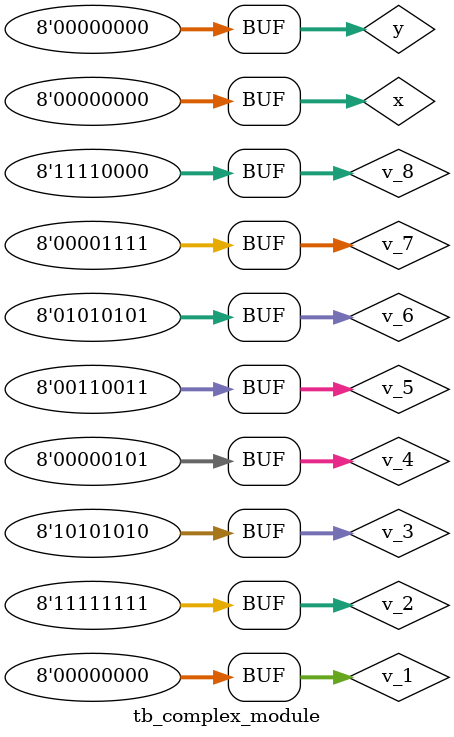
<source format=v>
`timescale 1ns / 1ps


module tb_complex_module(
);
wire z;

reg [7:0] x = 8'b0;
reg [7:0] y = 8'b0;

reg [7:0] v_1 = 8'b00000000;
reg [7:0] v_2 = 8'b11111111;
reg [7:0] v_3 = 8'b10101010;
reg [7:0] v_4 = 8'b00000101;
reg [7:0] v_5 = 8'b00110011;
reg [7:0] v_6 = 8'b01010101;
reg [7:0] v_7 = 8'b00001111;
reg [7:0] v_8 = 8'b11110000;


initial
begin
     x = v_1; y = v_1;
    #1; x = v_2; y = v_2;
    #1; x = v_3; y = v_3; 
    #1; x = v_4; y = v_4; 
    #1; x = v_5; y = v_5; 
    #1; x = v_6; y = v_3;
    #1; x = v_7; y = v_7;  
    #1; x = v_7; y = v_8;
    #1; x = v_1; y = v_1;

end

complex_module test
(
    .x(x),
    .y(y),
    .z(z)
);
endmodule


</source>
